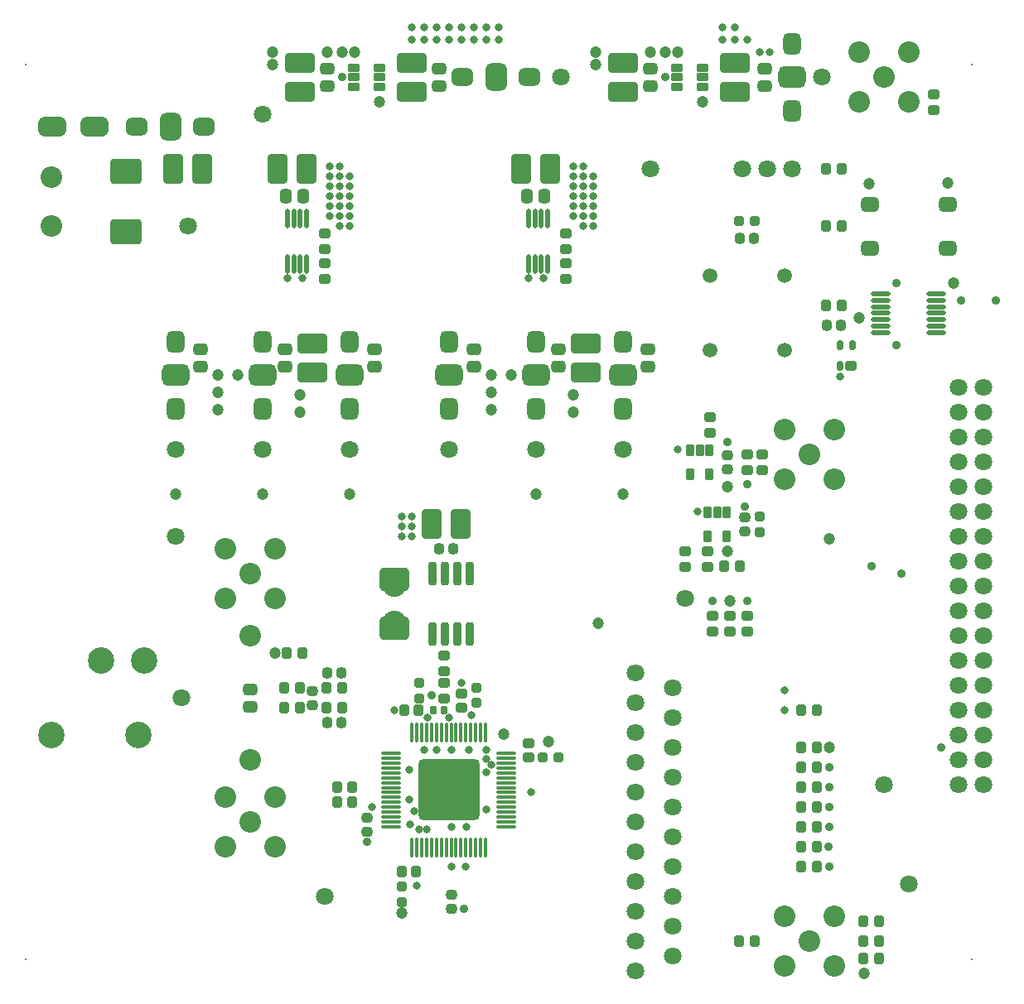
<source format=gts>
%FSTAX44Y44*%
%MOMM*%
G71*
G01*
G75*
G04 Layer_Color=38400*
G04:AMPARAMS|DCode=10|XSize=0.8mm|YSize=1mm|CornerRadius=0.2mm|HoleSize=0mm|Usage=FLASHONLY|Rotation=270.000|XOffset=0mm|YOffset=0mm|HoleType=Round|Shape=RoundedRectangle|*
%AMROUNDEDRECTD10*
21,1,0.8000,0.6000,0,0,270.0*
21,1,0.4000,1.0000,0,0,270.0*
1,1,0.4000,-0.3000,-0.2000*
1,1,0.4000,-0.3000,0.2000*
1,1,0.4000,0.3000,0.2000*
1,1,0.4000,0.3000,-0.2000*
%
%ADD10ROUNDEDRECTD10*%
G04:AMPARAMS|DCode=11|XSize=0.8mm|YSize=1mm|CornerRadius=0.2mm|HoleSize=0mm|Usage=FLASHONLY|Rotation=0.000|XOffset=0mm|YOffset=0mm|HoleType=Round|Shape=RoundedRectangle|*
%AMROUNDEDRECTD11*
21,1,0.8000,0.6000,0,0,0.0*
21,1,0.4000,1.0000,0,0,0.0*
1,1,0.4000,0.2000,-0.3000*
1,1,0.4000,-0.2000,-0.3000*
1,1,0.4000,-0.2000,0.3000*
1,1,0.4000,0.2000,0.3000*
%
%ADD11ROUNDEDRECTD11*%
G04:AMPARAMS|DCode=12|XSize=0.9mm|YSize=0.8mm|CornerRadius=0.2mm|HoleSize=0mm|Usage=FLASHONLY|Rotation=90.000|XOffset=0mm|YOffset=0mm|HoleType=Round|Shape=RoundedRectangle|*
%AMROUNDEDRECTD12*
21,1,0.9000,0.4000,0,0,90.0*
21,1,0.5000,0.8000,0,0,90.0*
1,1,0.4000,0.2000,0.2500*
1,1,0.4000,0.2000,-0.2500*
1,1,0.4000,-0.2000,-0.2500*
1,1,0.4000,-0.2000,0.2500*
%
%ADD12ROUNDEDRECTD12*%
G04:AMPARAMS|DCode=13|XSize=0.45mm|YSize=0.8mm|CornerRadius=0.1125mm|HoleSize=0mm|Usage=FLASHONLY|Rotation=180.000|XOffset=0mm|YOffset=0mm|HoleType=Round|Shape=RoundedRectangle|*
%AMROUNDEDRECTD13*
21,1,0.4500,0.5750,0,0,180.0*
21,1,0.2250,0.8000,0,0,180.0*
1,1,0.2250,-0.1125,0.2875*
1,1,0.2250,0.1125,0.2875*
1,1,0.2250,0.1125,-0.2875*
1,1,0.2250,-0.1125,-0.2875*
%
%ADD13ROUNDEDRECTD13*%
G04:AMPARAMS|DCode=14|XSize=1mm|YSize=0.8mm|CornerRadius=0.2mm|HoleSize=0mm|Usage=FLASHONLY|Rotation=180.000|XOffset=0mm|YOffset=0mm|HoleType=Round|Shape=RoundedRectangle|*
%AMROUNDEDRECTD14*
21,1,1.0000,0.4000,0,0,180.0*
21,1,0.6000,0.8000,0,0,180.0*
1,1,0.4000,-0.3000,0.2000*
1,1,0.4000,0.3000,0.2000*
1,1,0.4000,0.3000,-0.2000*
1,1,0.4000,-0.3000,-0.2000*
%
%ADD14ROUNDEDRECTD14*%
G04:AMPARAMS|DCode=15|XSize=1.9mm|YSize=0.4mm|CornerRadius=0.1mm|HoleSize=0mm|Usage=FLASHONLY|Rotation=180.000|XOffset=0mm|YOffset=0mm|HoleType=Round|Shape=RoundedRectangle|*
%AMROUNDEDRECTD15*
21,1,1.9000,0.2000,0,0,180.0*
21,1,1.7000,0.4000,0,0,180.0*
1,1,0.2000,-0.8500,0.1000*
1,1,0.2000,0.8500,0.1000*
1,1,0.2000,0.8500,-0.1000*
1,1,0.2000,-0.8500,-0.1000*
%
%ADD15ROUNDEDRECTD15*%
G04:AMPARAMS|DCode=16|XSize=0.8mm|YSize=0.85mm|CornerRadius=0.2mm|HoleSize=0mm|Usage=FLASHONLY|Rotation=90.000|XOffset=0mm|YOffset=0mm|HoleType=Round|Shape=RoundedRectangle|*
%AMROUNDEDRECTD16*
21,1,0.8000,0.4500,0,0,90.0*
21,1,0.4000,0.8500,0,0,90.0*
1,1,0.4000,0.2250,0.2000*
1,1,0.4000,0.2250,-0.2000*
1,1,0.4000,-0.2250,-0.2000*
1,1,0.4000,-0.2250,0.2000*
%
%ADD16ROUNDEDRECTD16*%
G04:AMPARAMS|DCode=17|XSize=1.6mm|YSize=1.3mm|CornerRadius=0.325mm|HoleSize=0mm|Usage=FLASHONLY|Rotation=0.000|XOffset=0mm|YOffset=0mm|HoleType=Round|Shape=RoundedRectangle|*
%AMROUNDEDRECTD17*
21,1,1.6000,0.6500,0,0,0.0*
21,1,0.9500,1.3000,0,0,0.0*
1,1,0.6500,0.4750,-0.3250*
1,1,0.6500,-0.4750,-0.3250*
1,1,0.6500,-0.4750,0.3250*
1,1,0.6500,0.4750,0.3250*
%
%ADD17ROUNDEDRECTD17*%
G04:AMPARAMS|DCode=18|XSize=2mm|YSize=1.6mm|CornerRadius=0.4mm|HoleSize=0mm|Usage=FLASHONLY|Rotation=90.000|XOffset=0mm|YOffset=0mm|HoleType=Round|Shape=RoundedRectangle|*
%AMROUNDEDRECTD18*
21,1,2.0000,0.8000,0,0,90.0*
21,1,1.2000,1.6000,0,0,90.0*
1,1,0.8000,0.4000,0.6000*
1,1,0.8000,0.4000,-0.6000*
1,1,0.8000,-0.4000,-0.6000*
1,1,0.8000,-0.4000,0.6000*
%
%ADD18ROUNDEDRECTD18*%
G04:AMPARAMS|DCode=19|XSize=2mm|YSize=2.6mm|CornerRadius=0.5mm|HoleSize=0mm|Usage=FLASHONLY|Rotation=90.000|XOffset=0mm|YOffset=0mm|HoleType=Round|Shape=RoundedRectangle|*
%AMROUNDEDRECTD19*
21,1,2.0000,1.6000,0,0,90.0*
21,1,1.0000,2.6000,0,0,90.0*
1,1,1.0000,0.8000,0.5000*
1,1,1.0000,0.8000,-0.5000*
1,1,1.0000,-0.8000,-0.5000*
1,1,1.0000,-0.8000,0.5000*
%
%ADD19ROUNDEDRECTD19*%
G04:AMPARAMS|DCode=20|XSize=1.25mm|YSize=1mm|CornerRadius=0.25mm|HoleSize=0mm|Usage=FLASHONLY|Rotation=180.000|XOffset=0mm|YOffset=0mm|HoleType=Round|Shape=RoundedRectangle|*
%AMROUNDEDRECTD20*
21,1,1.2500,0.5000,0,0,180.0*
21,1,0.7500,1.0000,0,0,180.0*
1,1,0.5000,-0.3750,0.2500*
1,1,0.5000,0.3750,0.2500*
1,1,0.5000,0.3750,-0.2500*
1,1,0.5000,-0.3750,-0.2500*
%
%ADD20ROUNDEDRECTD20*%
G04:AMPARAMS|DCode=21|XSize=1.8mm|YSize=2.8mm|CornerRadius=0.18mm|HoleSize=0mm|Usage=FLASHONLY|Rotation=90.000|XOffset=0mm|YOffset=0mm|HoleType=Round|Shape=RoundedRectangle|*
%AMROUNDEDRECTD21*
21,1,1.8000,2.4400,0,0,90.0*
21,1,1.4400,2.8000,0,0,90.0*
1,1,0.3600,1.2200,0.7200*
1,1,0.3600,1.2200,-0.7200*
1,1,0.3600,-1.2200,-0.7200*
1,1,0.3600,-1.2200,0.7200*
%
%ADD21ROUNDEDRECTD21*%
G04:AMPARAMS|DCode=22|XSize=0.7mm|YSize=1mm|CornerRadius=0.175mm|HoleSize=0mm|Usage=FLASHONLY|Rotation=270.000|XOffset=0mm|YOffset=0mm|HoleType=Round|Shape=RoundedRectangle|*
%AMROUNDEDRECTD22*
21,1,0.7000,0.6500,0,0,270.0*
21,1,0.3500,1.0000,0,0,270.0*
1,1,0.3500,-0.3250,-0.1750*
1,1,0.3500,-0.3250,0.1750*
1,1,0.3500,0.3250,0.1750*
1,1,0.3500,0.3250,-0.1750*
%
%ADD22ROUNDEDRECTD22*%
G04:AMPARAMS|DCode=23|XSize=2mm|YSize=1.6mm|CornerRadius=0.4mm|HoleSize=0mm|Usage=FLASHONLY|Rotation=0.000|XOffset=0mm|YOffset=0mm|HoleType=Round|Shape=RoundedRectangle|*
%AMROUNDEDRECTD23*
21,1,2.0000,0.8000,0,0,0.0*
21,1,1.2000,1.6000,0,0,0.0*
1,1,0.8000,0.6000,-0.4000*
1,1,0.8000,-0.6000,-0.4000*
1,1,0.8000,-0.6000,0.4000*
1,1,0.8000,0.6000,0.4000*
%
%ADD23ROUNDEDRECTD23*%
G04:AMPARAMS|DCode=24|XSize=2mm|YSize=2.6mm|CornerRadius=0.5mm|HoleSize=0mm|Usage=FLASHONLY|Rotation=0.000|XOffset=0mm|YOffset=0mm|HoleType=Round|Shape=RoundedRectangle|*
%AMROUNDEDRECTD24*
21,1,2.0000,1.6000,0,0,0.0*
21,1,1.0000,2.6000,0,0,0.0*
1,1,1.0000,0.5000,-0.8000*
1,1,1.0000,-0.5000,-0.8000*
1,1,1.0000,-0.5000,0.8000*
1,1,1.0000,0.5000,0.8000*
%
%ADD24ROUNDEDRECTD24*%
G04:AMPARAMS|DCode=25|XSize=2.4mm|YSize=3mm|CornerRadius=0.24mm|HoleSize=0mm|Usage=FLASHONLY|Rotation=270.000|XOffset=0mm|YOffset=0mm|HoleType=Round|Shape=RoundedRectangle|*
%AMROUNDEDRECTD25*
21,1,2.4000,2.5200,0,0,270.0*
21,1,1.9200,3.0000,0,0,270.0*
1,1,0.4800,-1.2600,-0.9600*
1,1,0.4800,-1.2600,0.9600*
1,1,0.4800,1.2600,0.9600*
1,1,0.4800,1.2600,-0.9600*
%
%ADD25ROUNDEDRECTD25*%
G04:AMPARAMS|DCode=26|XSize=2.65mm|YSize=1.75mm|CornerRadius=0.4375mm|HoleSize=0mm|Usage=FLASHONLY|Rotation=180.000|XOffset=0mm|YOffset=0mm|HoleType=Round|Shape=RoundedRectangle|*
%AMROUNDEDRECTD26*
21,1,2.6500,0.8750,0,0,180.0*
21,1,1.7750,1.7500,0,0,180.0*
1,1,0.8750,-0.8875,0.4375*
1,1,0.8750,0.8875,0.4375*
1,1,0.8750,0.8875,-0.4375*
1,1,0.8750,-0.8875,-0.4375*
%
%ADD26ROUNDEDRECTD26*%
G04:AMPARAMS|DCode=27|XSize=1.8mm|YSize=2.8mm|CornerRadius=0.18mm|HoleSize=0mm|Usage=FLASHONLY|Rotation=180.000|XOffset=0mm|YOffset=0mm|HoleType=Round|Shape=RoundedRectangle|*
%AMROUNDEDRECTD27*
21,1,1.8000,2.4400,0,0,180.0*
21,1,1.4400,2.8000,0,0,180.0*
1,1,0.3600,-0.7200,1.2200*
1,1,0.3600,0.7200,1.2200*
1,1,0.3600,0.7200,-1.2200*
1,1,0.3600,-0.7200,-1.2200*
%
%ADD27ROUNDEDRECTD27*%
G04:AMPARAMS|DCode=28|XSize=1.25mm|YSize=1mm|CornerRadius=0.25mm|HoleSize=0mm|Usage=FLASHONLY|Rotation=90.000|XOffset=0mm|YOffset=0mm|HoleType=Round|Shape=RoundedRectangle|*
%AMROUNDEDRECTD28*
21,1,1.2500,0.5000,0,0,90.0*
21,1,0.7500,1.0000,0,0,90.0*
1,1,0.5000,0.2500,0.3750*
1,1,0.5000,0.2500,-0.3750*
1,1,0.5000,-0.2500,-0.3750*
1,1,0.5000,-0.2500,0.3750*
%
%ADD28ROUNDEDRECTD28*%
%ADD29O,0.4000X1.9000*%
G04:AMPARAMS|DCode=30|XSize=0.9mm|YSize=0.8mm|CornerRadius=0.2mm|HoleSize=0mm|Usage=FLASHONLY|Rotation=180.000|XOffset=0mm|YOffset=0mm|HoleType=Round|Shape=RoundedRectangle|*
%AMROUNDEDRECTD30*
21,1,0.9000,0.4000,0,0,180.0*
21,1,0.5000,0.8000,0,0,180.0*
1,1,0.4000,-0.2500,0.2000*
1,1,0.4000,0.2500,0.2000*
1,1,0.4000,0.2500,-0.2000*
1,1,0.4000,-0.2500,-0.2000*
%
%ADD30ROUNDEDRECTD30*%
G04:AMPARAMS|DCode=31|XSize=0.7mm|YSize=1mm|CornerRadius=0.175mm|HoleSize=0mm|Usage=FLASHONLY|Rotation=0.000|XOffset=0mm|YOffset=0mm|HoleType=Round|Shape=RoundedRectangle|*
%AMROUNDEDRECTD31*
21,1,0.7000,0.6500,0,0,0.0*
21,1,0.3500,1.0000,0,0,0.0*
1,1,0.3500,0.1750,-0.3250*
1,1,0.3500,-0.1750,-0.3250*
1,1,0.3500,-0.1750,0.3250*
1,1,0.3500,0.1750,0.3250*
%
%ADD31ROUNDEDRECTD31*%
G04:AMPARAMS|DCode=32|XSize=0.8mm|YSize=0.85mm|CornerRadius=0.2mm|HoleSize=0mm|Usage=FLASHONLY|Rotation=180.000|XOffset=0mm|YOffset=0mm|HoleType=Round|Shape=RoundedRectangle|*
%AMROUNDEDRECTD32*
21,1,0.8000,0.4500,0,0,180.0*
21,1,0.4000,0.8500,0,0,180.0*
1,1,0.4000,-0.2000,0.2250*
1,1,0.4000,0.2000,0.2250*
1,1,0.4000,0.2000,-0.2250*
1,1,0.4000,-0.2000,-0.2250*
%
%ADD32ROUNDEDRECTD32*%
G04:AMPARAMS|DCode=33|XSize=0.6mm|YSize=2.2mm|CornerRadius=0.15mm|HoleSize=0mm|Usage=FLASHONLY|Rotation=0.000|XOffset=0mm|YOffset=0mm|HoleType=Round|Shape=RoundedRectangle|*
%AMROUNDEDRECTD33*
21,1,0.6000,1.9000,0,0,0.0*
21,1,0.3000,2.2000,0,0,0.0*
1,1,0.3000,0.1500,-0.9500*
1,1,0.3000,-0.1500,-0.9500*
1,1,0.3000,-0.1500,0.9500*
1,1,0.3000,0.1500,0.9500*
%
%ADD33ROUNDEDRECTD33*%
G04:AMPARAMS|DCode=34|XSize=2.2mm|YSize=2.8mm|CornerRadius=0.33mm|HoleSize=0mm|Usage=FLASHONLY|Rotation=90.000|XOffset=0mm|YOffset=0mm|HoleType=Round|Shape=RoundedRectangle|*
%AMROUNDEDRECTD34*
21,1,2.2000,2.1400,0,0,90.0*
21,1,1.5400,2.8000,0,0,90.0*
1,1,0.6600,1.0700,0.7700*
1,1,0.6600,1.0700,-0.7700*
1,1,0.6600,-1.0700,-0.7700*
1,1,0.6600,-1.0700,0.7700*
%
%ADD34ROUNDEDRECTD34*%
G04:AMPARAMS|DCode=35|XSize=1mm|YSize=0.8mm|CornerRadius=0.2mm|HoleSize=0mm|Usage=FLASHONLY|Rotation=90.000|XOffset=0mm|YOffset=0mm|HoleType=Round|Shape=RoundedRectangle|*
%AMROUNDEDRECTD35*
21,1,1.0000,0.4000,0,0,90.0*
21,1,0.6000,0.8000,0,0,90.0*
1,1,0.4000,0.2000,0.3000*
1,1,0.4000,0.2000,-0.3000*
1,1,0.4000,-0.2000,-0.3000*
1,1,0.4000,-0.2000,0.3000*
%
%ADD35ROUNDEDRECTD35*%
G04:AMPARAMS|DCode=36|XSize=0.5mm|YSize=0.65mm|CornerRadius=0.125mm|HoleSize=0mm|Usage=FLASHONLY|Rotation=180.000|XOffset=0mm|YOffset=0mm|HoleType=Round|Shape=RoundedRectangle|*
%AMROUNDEDRECTD36*
21,1,0.5000,0.4000,0,0,180.0*
21,1,0.2500,0.6500,0,0,180.0*
1,1,0.2500,-0.1250,0.2000*
1,1,0.2500,0.1250,0.2000*
1,1,0.2500,0.1250,-0.2000*
1,1,0.2500,-0.1250,-0.2000*
%
%ADD36ROUNDEDRECTD36*%
G04:AMPARAMS|DCode=37|XSize=0.3mm|YSize=1.9mm|CornerRadius=0.075mm|HoleSize=0mm|Usage=FLASHONLY|Rotation=270.000|XOffset=0mm|YOffset=0mm|HoleType=Round|Shape=RoundedRectangle|*
%AMROUNDEDRECTD37*
21,1,0.3000,1.7500,0,0,270.0*
21,1,0.1500,1.9000,0,0,270.0*
1,1,0.1500,-0.8750,-0.0750*
1,1,0.1500,-0.8750,0.0750*
1,1,0.1500,0.8750,0.0750*
1,1,0.1500,0.8750,-0.0750*
%
%ADD37ROUNDEDRECTD37*%
G04:AMPARAMS|DCode=38|XSize=0.3mm|YSize=1.9mm|CornerRadius=0.075mm|HoleSize=0mm|Usage=FLASHONLY|Rotation=180.000|XOffset=0mm|YOffset=0mm|HoleType=Round|Shape=RoundedRectangle|*
%AMROUNDEDRECTD38*
21,1,0.3000,1.7500,0,0,180.0*
21,1,0.1500,1.9000,0,0,180.0*
1,1,0.1500,-0.0750,0.8750*
1,1,0.1500,0.0750,0.8750*
1,1,0.1500,0.0750,-0.8750*
1,1,0.1500,-0.0750,-0.8750*
%
%ADD38ROUNDEDRECTD38*%
G04:AMPARAMS|DCode=39|XSize=6mm|YSize=6mm|CornerRadius=0.3mm|HoleSize=0mm|Usage=FLASHONLY|Rotation=270.000|XOffset=0mm|YOffset=0mm|HoleType=Round|Shape=RoundedRectangle|*
%AMROUNDEDRECTD39*
21,1,6.0000,5.4000,0,0,270.0*
21,1,5.4000,6.0000,0,0,270.0*
1,1,0.6000,-2.7000,-2.7000*
1,1,0.6000,-2.7000,2.7000*
1,1,0.6000,2.7000,2.7000*
1,1,0.6000,2.7000,-2.7000*
%
%ADD39ROUNDEDRECTD39*%
%ADD40C,0.3000*%
%ADD41C,0.2540*%
%ADD42C,1.0000*%
%ADD43C,0.4000*%
%ADD44C,0.7000*%
%ADD45C,0.5000*%
%ADD46C,0.2500*%
%ADD47C,0.2000*%
%ADD48C,2.0000*%
%ADD49C,1.6000*%
%ADD50C,2.5000*%
%ADD51C,2.0000*%
%ADD52C,1.3000*%
%ADD53C,2.2000*%
%ADD54C,0.6000*%
%ADD55C,1.0000*%
%ADD56C,0.7000*%
%ADD57C,1.0160*%
%ADD58C,2.0160*%
G04:AMPARAMS|DCode=59|XSize=2.524mm|YSize=2.524mm|CornerRadius=0mm|HoleSize=0mm|Usage=FLASHONLY|Rotation=0.000|XOffset=0mm|YOffset=0mm|HoleType=Round|Shape=Relief|Width=0.254mm|Gap=0.254mm|Entries=4|*
%AMTHD59*
7,0,0,2.5240,2.0160,0.2540,45*
%
%ADD59THD59*%
%ADD60C,2.6160*%
%ADD61C,2.2160*%
%ADD62C,2.6160*%
G04:AMPARAMS|DCode=63|XSize=3.124mm|YSize=3.124mm|CornerRadius=0mm|HoleSize=0mm|Usage=FLASHONLY|Rotation=0.000|XOffset=0mm|YOffset=0mm|HoleType=Round|Shape=Relief|Width=0.254mm|Gap=0.254mm|Entries=4|*
%AMTHD63*
7,0,0,3.1240,2.6160,0.2540,45*
%
%ADD63THD63*%
%ADD64C,2.3160*%
G04:AMPARAMS|DCode=65|XSize=2.824mm|YSize=2.824mm|CornerRadius=0mm|HoleSize=0mm|Usage=FLASHONLY|Rotation=0.000|XOffset=0mm|YOffset=0mm|HoleType=Round|Shape=Relief|Width=0.254mm|Gap=0.254mm|Entries=4|*
%AMTHD65*
7,0,0,2.8240,2.3160,0.2540,45*
%
%ADD65THD65*%
%ADD66C,1.8160*%
G04:AMPARAMS|DCode=67|XSize=2.324mm|YSize=2.324mm|CornerRadius=0mm|HoleSize=0mm|Usage=FLASHONLY|Rotation=0.000|XOffset=0mm|YOffset=0mm|HoleType=Round|Shape=Relief|Width=0.254mm|Gap=0.254mm|Entries=4|*
%AMTHD67*
7,0,0,2.3240,1.8160,0.2540,45*
%
%ADD67THD67*%
%ADD68C,6.0960*%
G04:AMPARAMS|DCode=69|XSize=1.824mm|YSize=1.824mm|CornerRadius=0mm|HoleSize=0mm|Usage=FLASHONLY|Rotation=0.000|XOffset=0mm|YOffset=0mm|HoleType=Round|Shape=Relief|Width=0.254mm|Gap=0.254mm|Entries=4|*
%AMTHD69*
7,0,0,1.8240,1.3160,0.2540,45*
%
%ADD69THD69*%
%ADD70C,1.3160*%
G04:AMPARAMS|DCode=71|XSize=2.124mm|YSize=2.124mm|CornerRadius=0mm|HoleSize=0mm|Usage=FLASHONLY|Rotation=0.000|XOffset=0mm|YOffset=0mm|HoleType=Round|Shape=Relief|Width=0.254mm|Gap=0.254mm|Entries=4|*
%AMTHD71*
7,0,0,2.1240,1.6160,0.2540,45*
%
%ADD71THD71*%
%ADD72C,1.6160*%
%ADD73C,0.0254*%
%ADD74C,0.3500*%
G04:AMPARAMS|DCode=75|XSize=1mm|YSize=1.2mm|CornerRadius=0.3mm|HoleSize=0mm|Usage=FLASHONLY|Rotation=270.000|XOffset=0mm|YOffset=0mm|HoleType=Round|Shape=RoundedRectangle|*
%AMROUNDEDRECTD75*
21,1,1.0000,0.6000,0,0,270.0*
21,1,0.4000,1.2000,0,0,270.0*
1,1,0.6000,-0.3000,-0.2000*
1,1,0.6000,-0.3000,0.2000*
1,1,0.6000,0.3000,0.2000*
1,1,0.6000,0.3000,-0.2000*
%
%ADD75ROUNDEDRECTD75*%
G04:AMPARAMS|DCode=76|XSize=1mm|YSize=1.2mm|CornerRadius=0.3mm|HoleSize=0mm|Usage=FLASHONLY|Rotation=0.000|XOffset=0mm|YOffset=0mm|HoleType=Round|Shape=RoundedRectangle|*
%AMROUNDEDRECTD76*
21,1,1.0000,0.6000,0,0,0.0*
21,1,0.4000,1.2000,0,0,0.0*
1,1,0.6000,0.2000,-0.3000*
1,1,0.6000,-0.2000,-0.3000*
1,1,0.6000,-0.2000,0.3000*
1,1,0.6000,0.2000,0.3000*
%
%ADD76ROUNDEDRECTD76*%
G04:AMPARAMS|DCode=77|XSize=1.1032mm|YSize=1.0032mm|CornerRadius=0.3016mm|HoleSize=0mm|Usage=FLASHONLY|Rotation=90.000|XOffset=0mm|YOffset=0mm|HoleType=Round|Shape=RoundedRectangle|*
%AMROUNDEDRECTD77*
21,1,1.1032,0.4000,0,0,90.0*
21,1,0.5000,1.0032,0,0,90.0*
1,1,0.6032,0.2000,0.2500*
1,1,0.6032,0.2000,-0.2500*
1,1,0.6032,-0.2000,-0.2500*
1,1,0.6032,-0.2000,0.2500*
%
%ADD77ROUNDEDRECTD77*%
G04:AMPARAMS|DCode=78|XSize=0.6532mm|YSize=1.0032mm|CornerRadius=0.2141mm|HoleSize=0mm|Usage=FLASHONLY|Rotation=180.000|XOffset=0mm|YOffset=0mm|HoleType=Round|Shape=RoundedRectangle|*
%AMROUNDEDRECTD78*
21,1,0.6532,0.5750,0,0,180.0*
21,1,0.2250,1.0032,0,0,180.0*
1,1,0.4282,-0.1125,0.2875*
1,1,0.4282,0.1125,0.2875*
1,1,0.4282,0.1125,-0.2875*
1,1,0.4282,-0.1125,-0.2875*
%
%ADD78ROUNDEDRECTD78*%
G04:AMPARAMS|DCode=79|XSize=1.2032mm|YSize=1.0032mm|CornerRadius=0.3016mm|HoleSize=0mm|Usage=FLASHONLY|Rotation=180.000|XOffset=0mm|YOffset=0mm|HoleType=Round|Shape=RoundedRectangle|*
%AMROUNDEDRECTD79*
21,1,1.2032,0.4000,0,0,180.0*
21,1,0.6000,1.0032,0,0,180.0*
1,1,0.6032,-0.3000,0.2000*
1,1,0.6032,0.3000,0.2000*
1,1,0.6032,0.3000,-0.2000*
1,1,0.6032,-0.3000,-0.2000*
%
%ADD79ROUNDEDRECTD79*%
G04:AMPARAMS|DCode=80|XSize=2mm|YSize=0.5mm|CornerRadius=0.15mm|HoleSize=0mm|Usage=FLASHONLY|Rotation=180.000|XOffset=0mm|YOffset=0mm|HoleType=Round|Shape=RoundedRectangle|*
%AMROUNDEDRECTD80*
21,1,2.0000,0.2000,0,0,180.0*
21,1,1.7000,0.5000,0,0,180.0*
1,1,0.3000,-0.8500,0.1000*
1,1,0.3000,0.8500,0.1000*
1,1,0.3000,0.8500,-0.1000*
1,1,0.3000,-0.8500,-0.1000*
%
%ADD80ROUNDEDRECTD80*%
G04:AMPARAMS|DCode=81|XSize=1.0032mm|YSize=1.0532mm|CornerRadius=0.3016mm|HoleSize=0mm|Usage=FLASHONLY|Rotation=90.000|XOffset=0mm|YOffset=0mm|HoleType=Round|Shape=RoundedRectangle|*
%AMROUNDEDRECTD81*
21,1,1.0032,0.4500,0,0,90.0*
21,1,0.4000,1.0532,0,0,90.0*
1,1,0.6032,0.2250,0.2000*
1,1,0.6032,0.2250,-0.2000*
1,1,0.6032,-0.2250,-0.2000*
1,1,0.6032,-0.2250,0.2000*
%
%ADD81ROUNDEDRECTD81*%
G04:AMPARAMS|DCode=82|XSize=1.8032mm|YSize=1.5032mm|CornerRadius=0.4266mm|HoleSize=0mm|Usage=FLASHONLY|Rotation=0.000|XOffset=0mm|YOffset=0mm|HoleType=Round|Shape=RoundedRectangle|*
%AMROUNDEDRECTD82*
21,1,1.8032,0.6500,0,0,0.0*
21,1,0.9500,1.5032,0,0,0.0*
1,1,0.8532,0.4750,-0.3250*
1,1,0.8532,-0.4750,-0.3250*
1,1,0.8532,-0.4750,0.3250*
1,1,0.8532,0.4750,0.3250*
%
%ADD82ROUNDEDRECTD82*%
G04:AMPARAMS|DCode=83|XSize=2.2mm|YSize=1.8mm|CornerRadius=0.5mm|HoleSize=0mm|Usage=FLASHONLY|Rotation=90.000|XOffset=0mm|YOffset=0mm|HoleType=Round|Shape=RoundedRectangle|*
%AMROUNDEDRECTD83*
21,1,2.2000,0.8000,0,0,90.0*
21,1,1.2000,1.8000,0,0,90.0*
1,1,1.0000,0.4000,0.6000*
1,1,1.0000,0.4000,-0.6000*
1,1,1.0000,-0.4000,-0.6000*
1,1,1.0000,-0.4000,0.6000*
%
%ADD83ROUNDEDRECTD83*%
G04:AMPARAMS|DCode=84|XSize=2.2mm|YSize=2.8mm|CornerRadius=0.6mm|HoleSize=0mm|Usage=FLASHONLY|Rotation=90.000|XOffset=0mm|YOffset=0mm|HoleType=Round|Shape=RoundedRectangle|*
%AMROUNDEDRECTD84*
21,1,2.2000,1.6000,0,0,90.0*
21,1,1.0000,2.8000,0,0,90.0*
1,1,1.2000,0.8000,0.5000*
1,1,1.2000,0.8000,-0.5000*
1,1,1.2000,-0.8000,-0.5000*
1,1,1.2000,-0.8000,0.5000*
%
%ADD84ROUNDEDRECTD84*%
G04:AMPARAMS|DCode=85|XSize=1.4532mm|YSize=1.2032mm|CornerRadius=0.3516mm|HoleSize=0mm|Usage=FLASHONLY|Rotation=180.000|XOffset=0mm|YOffset=0mm|HoleType=Round|Shape=RoundedRectangle|*
%AMROUNDEDRECTD85*
21,1,1.4532,0.5000,0,0,180.0*
21,1,0.7500,1.2032,0,0,180.0*
1,1,0.7032,-0.3750,0.2500*
1,1,0.7032,0.3750,0.2500*
1,1,0.7032,0.3750,-0.2500*
1,1,0.7032,-0.3750,-0.2500*
%
%ADD85ROUNDEDRECTD85*%
G04:AMPARAMS|DCode=86|XSize=2.0032mm|YSize=3.0032mm|CornerRadius=0.2816mm|HoleSize=0mm|Usage=FLASHONLY|Rotation=90.000|XOffset=0mm|YOffset=0mm|HoleType=Round|Shape=RoundedRectangle|*
%AMROUNDEDRECTD86*
21,1,2.0032,2.4400,0,0,90.0*
21,1,1.4400,3.0032,0,0,90.0*
1,1,0.5632,1.2200,0.7200*
1,1,0.5632,1.2200,-0.7200*
1,1,0.5632,-1.2200,-0.7200*
1,1,0.5632,-1.2200,0.7200*
%
%ADD86ROUNDEDRECTD86*%
G04:AMPARAMS|DCode=87|XSize=0.9032mm|YSize=1.2032mm|CornerRadius=0.2766mm|HoleSize=0mm|Usage=FLASHONLY|Rotation=270.000|XOffset=0mm|YOffset=0mm|HoleType=Round|Shape=RoundedRectangle|*
%AMROUNDEDRECTD87*
21,1,0.9032,0.6500,0,0,270.0*
21,1,0.3500,1.2032,0,0,270.0*
1,1,0.5532,-0.3250,-0.1750*
1,1,0.5532,-0.3250,0.1750*
1,1,0.5532,0.3250,0.1750*
1,1,0.5532,0.3250,-0.1750*
%
%ADD87ROUNDEDRECTD87*%
G04:AMPARAMS|DCode=88|XSize=2.2mm|YSize=1.8mm|CornerRadius=0.5mm|HoleSize=0mm|Usage=FLASHONLY|Rotation=0.000|XOffset=0mm|YOffset=0mm|HoleType=Round|Shape=RoundedRectangle|*
%AMROUNDEDRECTD88*
21,1,2.2000,0.8000,0,0,0.0*
21,1,1.2000,1.8000,0,0,0.0*
1,1,1.0000,0.6000,-0.4000*
1,1,1.0000,-0.6000,-0.4000*
1,1,1.0000,-0.6000,0.4000*
1,1,1.0000,0.6000,0.4000*
%
%ADD88ROUNDEDRECTD88*%
G04:AMPARAMS|DCode=89|XSize=2.2mm|YSize=2.8mm|CornerRadius=0.6mm|HoleSize=0mm|Usage=FLASHONLY|Rotation=0.000|XOffset=0mm|YOffset=0mm|HoleType=Round|Shape=RoundedRectangle|*
%AMROUNDEDRECTD89*
21,1,2.2000,1.6000,0,0,0.0*
21,1,1.0000,2.8000,0,0,0.0*
1,1,1.2000,0.5000,-0.8000*
1,1,1.2000,-0.5000,-0.8000*
1,1,1.2000,-0.5000,0.8000*
1,1,1.2000,0.5000,0.8000*
%
%ADD89ROUNDEDRECTD89*%
G04:AMPARAMS|DCode=90|XSize=2.6032mm|YSize=3.2032mm|CornerRadius=0.3416mm|HoleSize=0mm|Usage=FLASHONLY|Rotation=270.000|XOffset=0mm|YOffset=0mm|HoleType=Round|Shape=RoundedRectangle|*
%AMROUNDEDRECTD90*
21,1,2.6032,2.5200,0,0,270.0*
21,1,1.9200,3.2032,0,0,270.0*
1,1,0.6832,-1.2600,-0.9600*
1,1,0.6832,-1.2600,0.9600*
1,1,0.6832,1.2600,0.9600*
1,1,0.6832,1.2600,-0.9600*
%
%ADD90ROUNDEDRECTD90*%
G04:AMPARAMS|DCode=91|XSize=2.8532mm|YSize=1.9532mm|CornerRadius=0.5391mm|HoleSize=0mm|Usage=FLASHONLY|Rotation=180.000|XOffset=0mm|YOffset=0mm|HoleType=Round|Shape=RoundedRectangle|*
%AMROUNDEDRECTD91*
21,1,2.8532,0.8750,0,0,180.0*
21,1,1.7750,1.9532,0,0,180.0*
1,1,1.0782,-0.8875,0.4375*
1,1,1.0782,0.8875,0.4375*
1,1,1.0782,0.8875,-0.4375*
1,1,1.0782,-0.8875,-0.4375*
%
%ADD91ROUNDEDRECTD91*%
G04:AMPARAMS|DCode=92|XSize=2.0032mm|YSize=3.0032mm|CornerRadius=0.2816mm|HoleSize=0mm|Usage=FLASHONLY|Rotation=180.000|XOffset=0mm|YOffset=0mm|HoleType=Round|Shape=RoundedRectangle|*
%AMROUNDEDRECTD92*
21,1,2.0032,2.4400,0,0,180.0*
21,1,1.4400,3.0032,0,0,180.0*
1,1,0.5632,-0.7200,1.2200*
1,1,0.5632,0.7200,1.2200*
1,1,0.5632,0.7200,-1.2200*
1,1,0.5632,-0.7200,-1.2200*
%
%ADD92ROUNDEDRECTD92*%
G04:AMPARAMS|DCode=93|XSize=1.4532mm|YSize=1.2032mm|CornerRadius=0.3516mm|HoleSize=0mm|Usage=FLASHONLY|Rotation=90.000|XOffset=0mm|YOffset=0mm|HoleType=Round|Shape=RoundedRectangle|*
%AMROUNDEDRECTD93*
21,1,1.4532,0.5000,0,0,90.0*
21,1,0.7500,1.2032,0,0,90.0*
1,1,0.7032,0.2500,0.3750*
1,1,0.7032,0.2500,-0.3750*
1,1,0.7032,-0.2500,-0.3750*
1,1,0.7032,-0.2500,0.3750*
%
%ADD93ROUNDEDRECTD93*%
%ADD94O,0.5000X2.0000*%
G04:AMPARAMS|DCode=95|XSize=1.1032mm|YSize=1.0032mm|CornerRadius=0.3016mm|HoleSize=0mm|Usage=FLASHONLY|Rotation=180.000|XOffset=0mm|YOffset=0mm|HoleType=Round|Shape=RoundedRectangle|*
%AMROUNDEDRECTD95*
21,1,1.1032,0.4000,0,0,180.0*
21,1,0.5000,1.0032,0,0,180.0*
1,1,0.6032,-0.2500,0.2000*
1,1,0.6032,0.2500,0.2000*
1,1,0.6032,0.2500,-0.2000*
1,1,0.6032,-0.2500,-0.2000*
%
%ADD95ROUNDEDRECTD95*%
G04:AMPARAMS|DCode=96|XSize=0.9032mm|YSize=1.2032mm|CornerRadius=0.2766mm|HoleSize=0mm|Usage=FLASHONLY|Rotation=0.000|XOffset=0mm|YOffset=0mm|HoleType=Round|Shape=RoundedRectangle|*
%AMROUNDEDRECTD96*
21,1,0.9032,0.6500,0,0,0.0*
21,1,0.3500,1.2032,0,0,0.0*
1,1,0.5532,0.1750,-0.3250*
1,1,0.5532,-0.1750,-0.3250*
1,1,0.5532,-0.1750,0.3250*
1,1,0.5532,0.1750,0.3250*
%
%ADD96ROUNDEDRECTD96*%
G04:AMPARAMS|DCode=97|XSize=1.0032mm|YSize=1.0532mm|CornerRadius=0.3016mm|HoleSize=0mm|Usage=FLASHONLY|Rotation=180.000|XOffset=0mm|YOffset=0mm|HoleType=Round|Shape=RoundedRectangle|*
%AMROUNDEDRECTD97*
21,1,1.0032,0.4500,0,0,180.0*
21,1,0.4000,1.0532,0,0,180.0*
1,1,0.6032,-0.2000,0.2250*
1,1,0.6032,0.2000,0.2250*
1,1,0.6032,0.2000,-0.2250*
1,1,0.6032,-0.2000,-0.2250*
%
%ADD97ROUNDEDRECTD97*%
G04:AMPARAMS|DCode=98|XSize=0.8032mm|YSize=2.4032mm|CornerRadius=0.2516mm|HoleSize=0mm|Usage=FLASHONLY|Rotation=0.000|XOffset=0mm|YOffset=0mm|HoleType=Round|Shape=RoundedRectangle|*
%AMROUNDEDRECTD98*
21,1,0.8032,1.9000,0,0,0.0*
21,1,0.3000,2.4032,0,0,0.0*
1,1,0.5032,0.1500,-0.9500*
1,1,0.5032,-0.1500,-0.9500*
1,1,0.5032,-0.1500,0.9500*
1,1,0.5032,0.1500,0.9500*
%
%ADD98ROUNDEDRECTD98*%
G04:AMPARAMS|DCode=99|XSize=2.4032mm|YSize=3.0032mm|CornerRadius=0.4316mm|HoleSize=0mm|Usage=FLASHONLY|Rotation=90.000|XOffset=0mm|YOffset=0mm|HoleType=Round|Shape=RoundedRectangle|*
%AMROUNDEDRECTD99*
21,1,2.4032,2.1400,0,0,90.0*
21,1,1.5400,3.0032,0,0,90.0*
1,1,0.8632,1.0700,0.7700*
1,1,0.8632,1.0700,-0.7700*
1,1,0.8632,-1.0700,-0.7700*
1,1,0.8632,-1.0700,0.7700*
%
%ADD99ROUNDEDRECTD99*%
G04:AMPARAMS|DCode=100|XSize=1.2032mm|YSize=1.0032mm|CornerRadius=0.3016mm|HoleSize=0mm|Usage=FLASHONLY|Rotation=90.000|XOffset=0mm|YOffset=0mm|HoleType=Round|Shape=RoundedRectangle|*
%AMROUNDEDRECTD100*
21,1,1.2032,0.4000,0,0,90.0*
21,1,0.6000,1.0032,0,0,90.0*
1,1,0.6032,0.2000,0.3000*
1,1,0.6032,0.2000,-0.3000*
1,1,0.6032,-0.2000,-0.3000*
1,1,0.6032,-0.2000,0.3000*
%
%ADD100ROUNDEDRECTD100*%
G04:AMPARAMS|DCode=101|XSize=0.7032mm|YSize=0.8532mm|CornerRadius=0.2266mm|HoleSize=0mm|Usage=FLASHONLY|Rotation=180.000|XOffset=0mm|YOffset=0mm|HoleType=Round|Shape=RoundedRectangle|*
%AMROUNDEDRECTD101*
21,1,0.7032,0.4000,0,0,180.0*
21,1,0.2500,0.8532,0,0,180.0*
1,1,0.4532,-0.1250,0.2000*
1,1,0.4532,0.1250,0.2000*
1,1,0.4532,0.1250,-0.2000*
1,1,0.4532,-0.1250,-0.2000*
%
%ADD101ROUNDEDRECTD101*%
G04:AMPARAMS|DCode=102|XSize=0.4mm|YSize=2mm|CornerRadius=0.125mm|HoleSize=0mm|Usage=FLASHONLY|Rotation=270.000|XOffset=0mm|YOffset=0mm|HoleType=Round|Shape=RoundedRectangle|*
%AMROUNDEDRECTD102*
21,1,0.4000,1.7500,0,0,270.0*
21,1,0.1500,2.0000,0,0,270.0*
1,1,0.2500,-0.8750,-0.0750*
1,1,0.2500,-0.8750,0.0750*
1,1,0.2500,0.8750,0.0750*
1,1,0.2500,0.8750,-0.0750*
%
%ADD102ROUNDEDRECTD102*%
G04:AMPARAMS|DCode=103|XSize=0.4mm|YSize=2mm|CornerRadius=0.125mm|HoleSize=0mm|Usage=FLASHONLY|Rotation=180.000|XOffset=0mm|YOffset=0mm|HoleType=Round|Shape=RoundedRectangle|*
%AMROUNDEDRECTD103*
21,1,0.4000,1.7500,0,0,180.0*
21,1,0.1500,2.0000,0,0,180.0*
1,1,0.2500,-0.0750,0.8750*
1,1,0.2500,0.0750,0.8750*
1,1,0.2500,0.0750,-0.8750*
1,1,0.2500,-0.0750,-0.8750*
%
%ADD103ROUNDEDRECTD103*%
G04:AMPARAMS|DCode=104|XSize=6.2mm|YSize=6.2mm|CornerRadius=0.4mm|HoleSize=0mm|Usage=FLASHONLY|Rotation=270.000|XOffset=0mm|YOffset=0mm|HoleType=Round|Shape=RoundedRectangle|*
%AMROUNDEDRECTD104*
21,1,6.2000,5.4000,0,0,270.0*
21,1,5.4000,6.2000,0,0,270.0*
1,1,0.8000,-2.7000,-2.7000*
1,1,0.8000,-2.7000,2.7000*
1,1,0.8000,2.7000,2.7000*
1,1,0.8000,2.7000,-2.7000*
%
%ADD104ROUNDEDRECTD104*%
%ADD105C,1.8000*%
%ADD106C,2.7032*%
%ADD107C,1.8032*%
%ADD108C,2.2032*%
%ADD109C,1.5032*%
%ADD110C,0.2032*%
%ADD111C,2.4032*%
%ADD112C,0.8032*%
%ADD113C,1.2032*%
%ADD114C,0.9032*%
D75*
X013779Y013191D02*
D03*
Y013351D02*
D03*
X007556Y0117686D02*
D03*
Y0119286D02*
D03*
Y0114638D02*
D03*
Y0116238D02*
D03*
X0100198Y0117686D02*
D03*
Y0119286D02*
D03*
Y0114638D02*
D03*
Y0116238D02*
D03*
X011493Y009889D02*
D03*
Y010049D02*
D03*
X0120264Y009508D02*
D03*
Y009668D02*
D03*
X011874Y009668D02*
D03*
Y009508D02*
D03*
X0114676Y0085174D02*
D03*
Y0086774D02*
D03*
X011239Y0085174D02*
D03*
Y0086774D02*
D03*
X0087752Y0074506D02*
D03*
Y0076106D02*
D03*
X0087752Y0071712D02*
D03*
Y0073312D02*
D03*
X0115184Y007857D02*
D03*
Y008017D02*
D03*
X011874Y007857D02*
D03*
Y008017D02*
D03*
X0116962Y008017D02*
D03*
Y007857D02*
D03*
D76*
X012843Y0111882D02*
D03*
X012683D02*
D03*
X012683Y012001D02*
D03*
X012843D02*
D03*
X012683Y0125852D02*
D03*
X012843D02*
D03*
X0118016Y0085212D02*
D03*
X0116416D02*
D03*
X007843Y0062606D02*
D03*
X007683D02*
D03*
X007843Y0061082D02*
D03*
X007683D02*
D03*
X00773759Y00727661D02*
D03*
X00757759D02*
D03*
X00773759Y00707341D02*
D03*
X00757759D02*
D03*
X00730579D02*
D03*
X00714579D02*
D03*
X00730579Y00727661D02*
D03*
X00714579D02*
D03*
X0073312Y0076322D02*
D03*
X0071712D02*
D03*
X013064Y004508D02*
D03*
X013224D02*
D03*
X013224Y0046858D02*
D03*
X013064D02*
D03*
X013224Y004889D02*
D03*
X013064D02*
D03*
X012589Y0054478D02*
D03*
X012429D02*
D03*
X012589Y0058542D02*
D03*
X012429D02*
D03*
X012589Y005651D02*
D03*
X012429D02*
D03*
X011794Y0046858D02*
D03*
X011954D02*
D03*
X012589Y0064638D02*
D03*
X012429D02*
D03*
X012589Y006667D02*
D03*
X012429D02*
D03*
X012589Y007048D02*
D03*
X012429D02*
D03*
X012589Y0060574D02*
D03*
X012429D02*
D03*
X012589Y0062606D02*
D03*
X012429D02*
D03*
D77*
X012693Y010985D02*
D03*
X012833D02*
D03*
X011804Y011874D02*
D03*
X011944D02*
D03*
X0088706Y008699D02*
D03*
X0087306D02*
D03*
X00758759Y00692101D02*
D03*
X00772759D02*
D03*
X00758759Y00742901D02*
D03*
X00772759D02*
D03*
D78*
X012825Y0107872D02*
D03*
X012955D02*
D03*
X012825Y0105732D02*
D03*
D79*
X01294D02*
D03*
X008953Y0070796D02*
D03*
Y0072196D02*
D03*
X0096388Y0065716D02*
D03*
Y0067116D02*
D03*
D80*
X01324Y011307D02*
D03*
Y011242D02*
D03*
Y011177D02*
D03*
Y011112D02*
D03*
Y011047D02*
D03*
Y010982D02*
D03*
Y010917D02*
D03*
X01381Y011307D02*
D03*
Y011242D02*
D03*
Y011177D02*
D03*
Y011112D02*
D03*
Y011047D02*
D03*
Y010982D02*
D03*
Y010917D02*
D03*
D81*
X01179652Y0120518D02*
D03*
X01195148D02*
D03*
X00978992Y0065654D02*
D03*
X00994488D02*
D03*
D82*
X0131275Y012226D02*
D03*
X0139225D02*
D03*
Y011776D02*
D03*
X0131275D02*
D03*
D83*
X0123312Y013185D02*
D03*
Y013865D02*
D03*
X009715Y010817D02*
D03*
Y010137D02*
D03*
X010604Y010817D02*
D03*
Y010137D02*
D03*
X008826Y010817D02*
D03*
Y010137D02*
D03*
X00781Y010817D02*
D03*
Y010137D02*
D03*
X006921Y010817D02*
D03*
Y010137D02*
D03*
X006032Y010817D02*
D03*
Y010137D02*
D03*
D84*
X0123312Y013525D02*
D03*
X009715Y010477D02*
D03*
X010604D02*
D03*
X008826D02*
D03*
X00781Y010477D02*
D03*
X006921D02*
D03*
X006032D02*
D03*
D85*
X0120518Y0134375D02*
D03*
Y0136125D02*
D03*
X0108834Y0134375D02*
D03*
Y0136125D02*
D03*
X0087244Y0134375D02*
D03*
Y0136125D02*
D03*
X0075814Y0134375D02*
D03*
Y0136125D02*
D03*
X010858Y0107423D02*
D03*
Y0105673D02*
D03*
X0099436Y0107423D02*
D03*
Y0105673D02*
D03*
X00908Y0107423D02*
D03*
Y0105673D02*
D03*
X008064Y0107423D02*
D03*
Y0105673D02*
D03*
X0071496Y0107423D02*
D03*
Y0105673D02*
D03*
X006286Y0107423D02*
D03*
Y0105673D02*
D03*
X006794Y0072625D02*
D03*
Y0070875D02*
D03*
D86*
X011747Y013675D02*
D03*
Y013375D02*
D03*
X010604Y013675D02*
D03*
Y013375D02*
D03*
X008445Y013675D02*
D03*
Y013375D02*
D03*
X007302Y013675D02*
D03*
Y013375D02*
D03*
X010223Y0105048D02*
D03*
Y0108048D02*
D03*
X007429Y0105048D02*
D03*
Y0108048D02*
D03*
D87*
X0114198Y01343D02*
D03*
X0111598Y013525D02*
D03*
X0114198Y01362D02*
D03*
X0111598D02*
D03*
Y01343D02*
D03*
X0114198Y013525D02*
D03*
X0081178Y01343D02*
D03*
X0078578Y013525D02*
D03*
X0081178Y01362D02*
D03*
X0078578D02*
D03*
Y01343D02*
D03*
X0081178Y013525D02*
D03*
D88*
X0089686Y013525D02*
D03*
X0096486D02*
D03*
X0056412Y013017D02*
D03*
X0063212D02*
D03*
D89*
X0093086Y013525D02*
D03*
X0059812Y013017D02*
D03*
D90*
X005524Y012567D02*
D03*
Y011943D02*
D03*
D91*
X0052056Y013017D02*
D03*
X0047756D02*
D03*
D92*
X006009Y0125852D02*
D03*
X006309D02*
D03*
X0073758D02*
D03*
X0070758D02*
D03*
X009865D02*
D03*
X009565D02*
D03*
X0086506Y008953D02*
D03*
X0089506D02*
D03*
D93*
X0071637Y0123058D02*
D03*
X0073387D02*
D03*
X0096275D02*
D03*
X0098025D02*
D03*
D94*
X0071791Y0116186D02*
D03*
X0072441D02*
D03*
X0073091D02*
D03*
X0073741D02*
D03*
X0071791Y0120786D02*
D03*
X0072441D02*
D03*
X0073091D02*
D03*
X0073741D02*
D03*
X0096429Y0116186D02*
D03*
X0097079D02*
D03*
X0097729D02*
D03*
X0098379D02*
D03*
X0096429Y0120786D02*
D03*
X0097079D02*
D03*
X0097729D02*
D03*
X0098379D02*
D03*
D95*
X0116708Y009518D02*
D03*
Y009658D02*
D03*
X0118486Y008883D02*
D03*
Y009023D02*
D03*
X0079878Y0058096D02*
D03*
Y0059496D02*
D03*
X0088514Y0051622D02*
D03*
Y0050222D02*
D03*
X00742899Y00724501D02*
D03*
Y00710501D02*
D03*
D96*
X0114864Y009708D02*
D03*
X0113914D02*
D03*
X0112964D02*
D03*
Y009468D02*
D03*
X0114864D02*
D03*
X0116642Y009073D02*
D03*
X0115692D02*
D03*
X0114742D02*
D03*
Y008833D02*
D03*
X0116642D02*
D03*
D97*
X012001Y00887552D02*
D03*
Y00903048D02*
D03*
X0083434Y00524588D02*
D03*
Y00509092D02*
D03*
X0091054Y0071242D02*
D03*
Y00727916D02*
D03*
X0085212Y00717372D02*
D03*
Y00732868D02*
D03*
D98*
X0086609Y0078302D02*
D03*
X0087879D02*
D03*
X0089149D02*
D03*
X0090419D02*
D03*
X0086609Y0084502D02*
D03*
X0087879D02*
D03*
X0089149D02*
D03*
X0090419D02*
D03*
D99*
X0082672Y0083902D02*
D03*
Y0078902D02*
D03*
D100*
X0083496Y005397D02*
D03*
X0084896D02*
D03*
X008515Y007048D02*
D03*
X008375D02*
D03*
D101*
X00867106Y007048D02*
D03*
X00877774D02*
D03*
D102*
X009411Y0066102D02*
D03*
Y0065602D02*
D03*
Y0065102D02*
D03*
Y0064602D02*
D03*
Y0064102D02*
D03*
Y0063602D02*
D03*
Y0063102D02*
D03*
Y0062602D02*
D03*
Y0062102D02*
D03*
Y0061602D02*
D03*
Y0061102D02*
D03*
Y0060602D02*
D03*
Y0060102D02*
D03*
Y0059602D02*
D03*
Y0059102D02*
D03*
Y0058602D02*
D03*
X008241D02*
D03*
Y0066102D02*
D03*
Y0065602D02*
D03*
Y0065102D02*
D03*
Y0064602D02*
D03*
Y0064102D02*
D03*
Y0063602D02*
D03*
Y0063102D02*
D03*
Y0062602D02*
D03*
Y0062102D02*
D03*
Y0058602D02*
D03*
Y0059102D02*
D03*
Y0059602D02*
D03*
Y0060102D02*
D03*
Y0060602D02*
D03*
Y0061102D02*
D03*
Y0061602D02*
D03*
D103*
X009151Y0068202D02*
D03*
X009101D02*
D03*
X009051D02*
D03*
X009001D02*
D03*
X008951D02*
D03*
X008901D02*
D03*
X008851D02*
D03*
X008801D02*
D03*
X008751D02*
D03*
X008701D02*
D03*
X008651D02*
D03*
X008601D02*
D03*
X008551D02*
D03*
X008501D02*
D03*
X008451D02*
D03*
X009201D02*
D03*
Y0056502D02*
D03*
D03*
X009151D02*
D03*
X009101D02*
D03*
X009051D02*
D03*
X009001D02*
D03*
X008951D02*
D03*
X008901D02*
D03*
X008851D02*
D03*
X008801D02*
D03*
X008751D02*
D03*
X008701D02*
D03*
X008651D02*
D03*
X008601D02*
D03*
X008551D02*
D03*
X008501D02*
D03*
X008451D02*
D03*
D104*
X008826Y0062352D02*
D03*
D105*
X014287Y00654D02*
D03*
Y006794D02*
D03*
Y007048D02*
D03*
Y007302D02*
D03*
Y007556D02*
D03*
Y00781D02*
D03*
Y006286D02*
D03*
Y01035D02*
D03*
Y010096D02*
D03*
Y009842D02*
D03*
Y009588D02*
D03*
Y009334D02*
D03*
Y00908D02*
D03*
Y008826D02*
D03*
Y008572D02*
D03*
Y008318D02*
D03*
Y008064D02*
D03*
X014033D02*
D03*
Y008318D02*
D03*
Y008572D02*
D03*
Y008826D02*
D03*
Y00908D02*
D03*
Y009334D02*
D03*
Y009588D02*
D03*
Y009842D02*
D03*
Y010096D02*
D03*
Y01035D02*
D03*
Y006286D02*
D03*
Y00781D02*
D03*
Y007556D02*
D03*
Y007302D02*
D03*
Y007048D02*
D03*
Y006794D02*
D03*
Y00654D02*
D03*
X0108834Y0125852D02*
D03*
X0123312D02*
D03*
X0118232D02*
D03*
X0120772D02*
D03*
X012636Y013525D02*
D03*
X009969Y013525D02*
D03*
X006921Y013144D02*
D03*
X006159Y012001D02*
D03*
X009715Y009715D02*
D03*
X010604D02*
D03*
X008826Y009715D02*
D03*
X00781D02*
D03*
X006921D02*
D03*
X006032D02*
D03*
Y008826D02*
D03*
X007556Y005143D02*
D03*
X011239Y008191D02*
D03*
X013271Y006286D02*
D03*
X013525Y00527D02*
D03*
X010731Y004381D02*
D03*
X011112Y0045334D02*
D03*
X010731Y0056002D02*
D03*
Y0049906D02*
D03*
Y0065146D02*
D03*
Y007429D02*
D03*
Y0071242D02*
D03*
Y0062098D02*
D03*
Y0046858D02*
D03*
Y0052954D02*
D03*
Y0068194D02*
D03*
Y005905D02*
D03*
X011112Y0057526D02*
D03*
Y0048382D02*
D03*
Y0069718D02*
D03*
Y0060574D02*
D03*
Y006667D02*
D03*
Y005143D02*
D03*
Y0063622D02*
D03*
Y0072766D02*
D03*
Y0054478D02*
D03*
D106*
X0057145Y007556D02*
D03*
X00527D02*
D03*
X005651Y006794D02*
D03*
X004762D02*
D03*
D107*
X006096Y007175D02*
D03*
D108*
X004762Y012505D02*
D03*
Y012005D02*
D03*
X013017Y013271D02*
D03*
Y013779D02*
D03*
X013525D02*
D03*
Y013271D02*
D03*
X013271Y013525D02*
D03*
X012255Y0094102D02*
D03*
Y0099182D02*
D03*
X012763D02*
D03*
Y0094102D02*
D03*
X012509Y0096642D02*
D03*
X00654Y008191D02*
D03*
Y008699D02*
D03*
X007048D02*
D03*
Y008191D02*
D03*
X006794Y008445D02*
D03*
X00654Y005651D02*
D03*
Y006159D02*
D03*
X007048D02*
D03*
Y005651D02*
D03*
X006794Y005905D02*
D03*
X012255Y0044318D02*
D03*
Y0049398D02*
D03*
X012763D02*
D03*
Y0044318D02*
D03*
X012509Y0046858D02*
D03*
X006794Y00781D02*
D03*
Y00654D02*
D03*
D109*
X011493Y010731D02*
D03*
X012255D02*
D03*
X011493Y011493D02*
D03*
X012255D02*
D03*
D110*
X0045Y0045D02*
D03*
Y01366D02*
D03*
X014168Y0045D02*
D03*
Y01366D02*
D03*
D111*
X0082672Y0079497D02*
D03*
Y0083307D02*
D03*
D112*
X0121026Y013779D02*
D03*
X012001D02*
D03*
X011874Y013906D02*
D03*
X011747D02*
D03*
X01162D02*
D03*
X011747Y014033D02*
D03*
X01162D02*
D03*
X009334D02*
D03*
X009207D02*
D03*
X00908D02*
D03*
X008953D02*
D03*
X008826D02*
D03*
X008699D02*
D03*
X008572D02*
D03*
X008445D02*
D03*
Y013906D02*
D03*
X008572D02*
D03*
X008699D02*
D03*
X008826D02*
D03*
X008953D02*
D03*
X00908D02*
D03*
X009207D02*
D03*
X009334D02*
D03*
X012255Y0072512D02*
D03*
Y007048D02*
D03*
X0102992Y0124074D02*
D03*
Y012509D02*
D03*
Y012001D02*
D03*
Y0121026D02*
D03*
Y0122042D02*
D03*
Y0123058D02*
D03*
X0101976Y012509D02*
D03*
Y0124074D02*
D03*
Y0123058D02*
D03*
Y0122042D02*
D03*
Y0121026D02*
D03*
Y012001D02*
D03*
X010096Y012509D02*
D03*
Y0124074D02*
D03*
Y0123058D02*
D03*
Y0122042D02*
D03*
Y0121026D02*
D03*
Y0126106D02*
D03*
X0101976D02*
D03*
X0077084D02*
D03*
X0076068D02*
D03*
Y0121026D02*
D03*
Y0122042D02*
D03*
Y0123058D02*
D03*
Y0124074D02*
D03*
Y012509D02*
D03*
X0077084Y012001D02*
D03*
Y0121026D02*
D03*
Y0122042D02*
D03*
Y0123058D02*
D03*
Y0124074D02*
D03*
Y012509D02*
D03*
X00781D02*
D03*
Y0124074D02*
D03*
Y0123058D02*
D03*
Y0122042D02*
D03*
Y0121026D02*
D03*
Y012001D02*
D03*
X0097912Y0114676D02*
D03*
X0096429D02*
D03*
X0071791D02*
D03*
X0073274D02*
D03*
X012825Y0104658D02*
D03*
X0111628Y009715D02*
D03*
X011366Y00908D02*
D03*
X0096642Y0062098D02*
D03*
X009207Y006032D02*
D03*
Y006413D02*
D03*
X0092578Y0064892D02*
D03*
X0085212Y0058288D02*
D03*
X0085974D02*
D03*
X0090038Y0058542D02*
D03*
X0088514D02*
D03*
X008953Y006032D02*
D03*
X0088768D02*
D03*
X0088006D02*
D03*
X0090292D02*
D03*
X008572D02*
D03*
X0086482D02*
D03*
X0087244D02*
D03*
Y0063876D02*
D03*
X0086482D02*
D03*
X008572D02*
D03*
X0090292D02*
D03*
X0088006D02*
D03*
Y0064638D02*
D03*
X0088768D02*
D03*
Y0063876D02*
D03*
X008953Y0064638D02*
D03*
Y0063876D02*
D03*
X0090292Y0064638D02*
D03*
X008445Y008826D02*
D03*
X0083434D02*
D03*
Y0090292D02*
D03*
Y0089276D02*
D03*
X008445D02*
D03*
Y0090292D02*
D03*
X0084196Y0064384D02*
D03*
Y0061336D02*
D03*
X0084704Y0060193D02*
D03*
X0084323Y0058796D02*
D03*
X0080386Y0060574D02*
D03*
X0082672Y007048D02*
D03*
X009001Y0054478D02*
D03*
X0088514D02*
D03*
X0084958Y0052573D02*
D03*
X008572Y0066416D02*
D03*
X0086101Y0069718D02*
D03*
X008953Y0073274D02*
D03*
X009207Y0065527D02*
D03*
X0090292Y0066416D02*
D03*
X0090546Y0069972D02*
D03*
X009207Y0066416D02*
D03*
X008826Y0069718D02*
D03*
X0088514Y0066416D02*
D03*
X008699D02*
D03*
D113*
X0139225Y0124417D02*
D03*
X0131186Y0124328D02*
D03*
X0139822Y0114168D02*
D03*
X007048Y0076322D02*
D03*
X0093848Y0068067D02*
D03*
X009842Y0067305D02*
D03*
X010604Y0092578D02*
D03*
X009715D02*
D03*
X01035Y007937D02*
D03*
X0130678Y0043556D02*
D03*
X0127122Y0088006D02*
D03*
X0116962Y0081656D02*
D03*
X013017Y0110612D02*
D03*
X0116708Y0086736D02*
D03*
Y009334D02*
D03*
X00781Y0092578D02*
D03*
X006921D02*
D03*
X006032D02*
D03*
X009461Y010477D02*
D03*
X0092578D02*
D03*
Y0102992D02*
D03*
Y0101214D02*
D03*
X010096Y010096D02*
D03*
Y0102738D02*
D03*
X007302Y0102738D02*
D03*
Y010096D02*
D03*
X0064638Y0101214D02*
D03*
Y0102992D02*
D03*
Y010477D02*
D03*
X006667D02*
D03*
X0075814Y013779D02*
D03*
X0077338D02*
D03*
X0078608D02*
D03*
X0070226D02*
D03*
Y013652D02*
D03*
X0103246D02*
D03*
Y013779D02*
D03*
X0111628D02*
D03*
X0110358D02*
D03*
X0108834D02*
D03*
X0114168Y013271D02*
D03*
X0081148D02*
D03*
X0127122Y006667D02*
D03*
X0083434Y004975D02*
D03*
D114*
X0086482Y0072004D02*
D03*
X0079878Y0057018D02*
D03*
X011874Y0081656D02*
D03*
X0115184D02*
D03*
X0116708Y0097912D02*
D03*
X011874Y0093594D02*
D03*
X013398Y0114168D02*
D03*
Y0107872D02*
D03*
X0118486Y0091308D02*
D03*
X0110358Y013525D02*
D03*
X0077338D02*
D03*
X014414Y011239D02*
D03*
X0140584D02*
D03*
X0127122Y0054478D02*
D03*
X0127084Y005651D02*
D03*
X0127122Y0058542D02*
D03*
Y0060574D02*
D03*
Y0062606D02*
D03*
Y0064638D02*
D03*
X0134488Y008445D02*
D03*
X0089784Y0050222D02*
D03*
X0138552Y006667D02*
D03*
X013144Y0085212D02*
D03*
M02*

</source>
